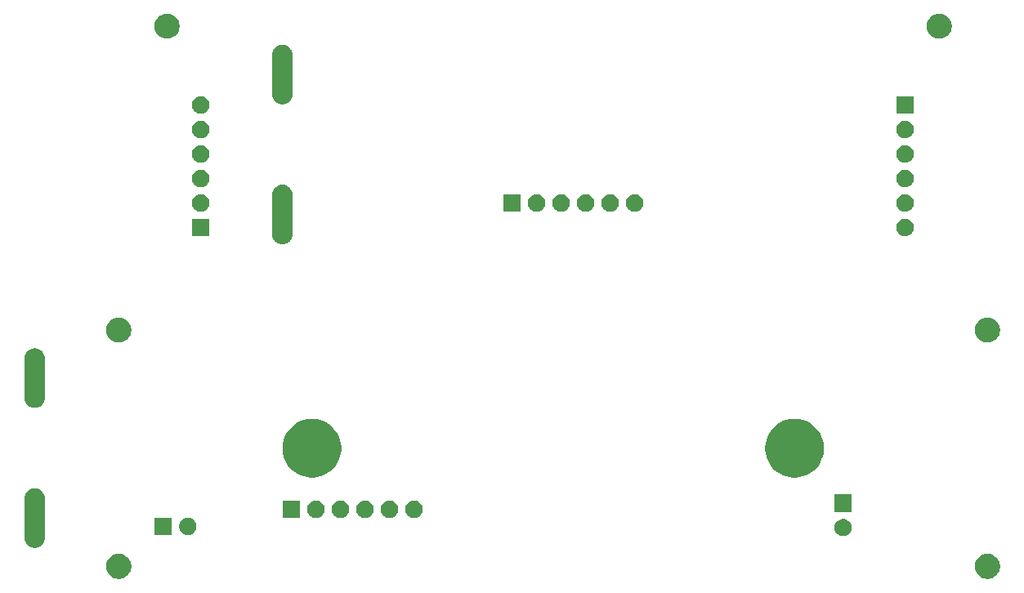
<source format=gbr>
G04 #@! TF.GenerationSoftware,KiCad,Pcbnew,9.0.4*
G04 #@! TF.CreationDate,2025-08-30T14:04:45-07:00*
G04 #@! TF.ProjectId,romi_board_bottom,726f6d69-5f62-46f6-9172-645f626f7474,rev?*
G04 #@! TF.SameCoordinates,Original*
G04 #@! TF.FileFunction,Soldermask,Bot*
G04 #@! TF.FilePolarity,Negative*
%FSLAX46Y46*%
G04 Gerber Fmt 4.6, Leading zero omitted, Abs format (unit mm)*
G04 Created by KiCad (PCBNEW 9.0.4) date 2025-08-30 14:04:45*
%MOMM*%
%LPD*%
G01*
G04 APERTURE LIST*
G04 APERTURE END LIST*
G36*
X56695834Y-147875923D02*
G01*
X56889993Y-147939009D01*
X57071893Y-148031691D01*
X57237054Y-148151688D01*
X57381410Y-148296044D01*
X57501407Y-148461205D01*
X57594089Y-148643105D01*
X57657175Y-148837264D01*
X57689111Y-149038901D01*
X57689111Y-149243051D01*
X57657175Y-149444688D01*
X57594089Y-149638847D01*
X57501407Y-149820747D01*
X57381410Y-149985908D01*
X57237054Y-150130264D01*
X57071893Y-150250261D01*
X56889993Y-150342943D01*
X56695834Y-150406029D01*
X56494197Y-150437965D01*
X56290047Y-150437965D01*
X56088410Y-150406029D01*
X55894251Y-150342943D01*
X55712351Y-150250261D01*
X55547190Y-150130264D01*
X55402834Y-149985908D01*
X55282837Y-149820747D01*
X55190155Y-149638847D01*
X55127069Y-149444688D01*
X55095133Y-149243051D01*
X55095133Y-149038901D01*
X55127069Y-148837264D01*
X55190155Y-148643105D01*
X55282837Y-148461205D01*
X55402834Y-148296044D01*
X55547190Y-148151688D01*
X55712351Y-148031691D01*
X55894251Y-147939009D01*
X56088410Y-147875923D01*
X56290047Y-147843987D01*
X56494197Y-147843987D01*
X56695834Y-147875923D01*
G37*
G36*
X146695834Y-147875923D02*
G01*
X146889993Y-147939009D01*
X147071893Y-148031691D01*
X147237054Y-148151688D01*
X147381410Y-148296044D01*
X147501407Y-148461205D01*
X147594089Y-148643105D01*
X147657175Y-148837264D01*
X147689111Y-149038901D01*
X147689111Y-149243051D01*
X147657175Y-149444688D01*
X147594089Y-149638847D01*
X147501407Y-149820747D01*
X147381410Y-149985908D01*
X147237054Y-150130264D01*
X147071893Y-150250261D01*
X146889993Y-150342943D01*
X146695834Y-150406029D01*
X146494197Y-150437965D01*
X146290047Y-150437965D01*
X146088410Y-150406029D01*
X145894251Y-150342943D01*
X145712351Y-150250261D01*
X145547190Y-150130264D01*
X145402834Y-149985908D01*
X145282837Y-149820747D01*
X145190155Y-149638847D01*
X145127069Y-149444688D01*
X145095133Y-149243051D01*
X145095133Y-149038901D01*
X145127069Y-148837264D01*
X145190155Y-148643105D01*
X145282837Y-148461205D01*
X145402834Y-148296044D01*
X145547190Y-148151688D01*
X145712351Y-148031691D01*
X145894251Y-147939009D01*
X146088410Y-147875923D01*
X146290047Y-147843987D01*
X146494197Y-147843987D01*
X146695834Y-147875923D01*
G37*
G36*
X47764511Y-141045085D02*
G01*
X47776118Y-141045085D01*
X47821478Y-141054107D01*
X47919717Y-141069667D01*
X47951312Y-141079933D01*
X47980114Y-141085662D01*
X48020758Y-141102497D01*
X48078001Y-141121097D01*
X48131634Y-141148424D01*
X48172274Y-141165258D01*
X48196686Y-141181569D01*
X48226289Y-141196653D01*
X48306762Y-141255120D01*
X48345213Y-141280812D01*
X48353419Y-141289018D01*
X48360934Y-141294478D01*
X48478619Y-141412163D01*
X48484078Y-141419677D01*
X48492286Y-141427885D01*
X48517980Y-141466340D01*
X48576444Y-141546808D01*
X48591526Y-141576408D01*
X48607840Y-141600824D01*
X48624675Y-141641468D01*
X48652000Y-141695096D01*
X48670597Y-141752332D01*
X48687436Y-141792984D01*
X48693166Y-141821790D01*
X48703430Y-141853380D01*
X48718988Y-141951608D01*
X48728013Y-141996980D01*
X48728839Y-142013808D01*
X48729851Y-142020193D01*
X48732638Y-142091134D01*
X48733122Y-142100976D01*
X48733122Y-146160976D01*
X48732638Y-146170821D01*
X48729851Y-146241758D01*
X48728839Y-146248142D01*
X48728013Y-146264972D01*
X48718987Y-146310347D01*
X48703430Y-146408571D01*
X48693166Y-146440158D01*
X48687436Y-146468968D01*
X48670595Y-146509623D01*
X48652000Y-146566855D01*
X48624678Y-146620477D01*
X48607840Y-146661128D01*
X48591523Y-146685546D01*
X48576444Y-146715143D01*
X48517989Y-146795599D01*
X48492286Y-146834067D01*
X48484076Y-146842276D01*
X48478619Y-146849788D01*
X48360934Y-146967473D01*
X48353422Y-146972930D01*
X48345213Y-146981140D01*
X48306745Y-147006843D01*
X48226289Y-147065298D01*
X48196692Y-147080377D01*
X48172274Y-147096694D01*
X48131623Y-147113532D01*
X48078001Y-147140854D01*
X48020769Y-147159449D01*
X47980114Y-147176290D01*
X47951304Y-147182020D01*
X47919717Y-147192284D01*
X47821488Y-147207842D01*
X47776118Y-147216867D01*
X47764511Y-147216867D01*
X47755337Y-147218320D01*
X47588907Y-147218320D01*
X47579733Y-147216867D01*
X47568126Y-147216867D01*
X47522757Y-147207842D01*
X47424526Y-147192284D01*
X47392936Y-147182020D01*
X47364130Y-147176290D01*
X47323478Y-147159451D01*
X47266242Y-147140854D01*
X47212614Y-147113529D01*
X47171970Y-147096694D01*
X47147554Y-147080380D01*
X47117954Y-147065298D01*
X47037486Y-147006834D01*
X46999031Y-146981140D01*
X46990823Y-146972932D01*
X46983309Y-146967473D01*
X46865624Y-146849788D01*
X46860164Y-146842273D01*
X46851958Y-146834067D01*
X46826266Y-146795616D01*
X46767799Y-146715143D01*
X46752715Y-146685540D01*
X46736404Y-146661128D01*
X46719570Y-146620488D01*
X46692243Y-146566855D01*
X46673643Y-146509612D01*
X46656808Y-146468968D01*
X46651079Y-146440166D01*
X46640813Y-146408571D01*
X46625251Y-146310322D01*
X46616231Y-146264972D01*
X46615404Y-146248151D01*
X46614392Y-146241758D01*
X46611604Y-146170806D01*
X46611122Y-146160976D01*
X46611122Y-142100976D01*
X46611604Y-142091149D01*
X46614392Y-142020193D01*
X46615404Y-142013798D01*
X46616231Y-141996980D01*
X46625251Y-141951632D01*
X46640813Y-141853380D01*
X46651079Y-141821783D01*
X46656808Y-141792984D01*
X46673642Y-141752343D01*
X46692243Y-141695096D01*
X46719572Y-141641458D01*
X46736404Y-141600824D01*
X46752713Y-141576414D01*
X46767799Y-141546808D01*
X46826274Y-141466323D01*
X46851958Y-141427885D01*
X46860161Y-141419681D01*
X46865624Y-141412163D01*
X46983309Y-141294478D01*
X46990827Y-141289015D01*
X46999031Y-141280812D01*
X47037469Y-141255128D01*
X47117954Y-141196653D01*
X47147560Y-141181567D01*
X47171970Y-141165258D01*
X47212604Y-141148426D01*
X47266242Y-141121097D01*
X47323489Y-141102496D01*
X47364130Y-141085662D01*
X47392929Y-141079933D01*
X47424526Y-141069667D01*
X47522767Y-141054107D01*
X47568126Y-141045085D01*
X47579733Y-141045085D01*
X47588907Y-141043632D01*
X47755337Y-141043632D01*
X47764511Y-141045085D01*
G37*
G36*
X131683668Y-144258773D02*
G01*
X131846850Y-144326365D01*
X131993710Y-144424494D01*
X132118604Y-144549388D01*
X132216733Y-144696248D01*
X132284325Y-144859430D01*
X132318783Y-145032663D01*
X132318783Y-145209289D01*
X132284325Y-145382522D01*
X132216733Y-145545704D01*
X132118604Y-145692564D01*
X131993710Y-145817458D01*
X131846850Y-145915587D01*
X131683668Y-145983179D01*
X131510435Y-146017637D01*
X131333809Y-146017637D01*
X131160576Y-145983179D01*
X130997394Y-145915587D01*
X130850534Y-145817458D01*
X130725640Y-145692564D01*
X130627511Y-145545704D01*
X130559919Y-145382522D01*
X130525461Y-145209289D01*
X130525461Y-145032663D01*
X130559919Y-144859430D01*
X130627511Y-144696248D01*
X130725640Y-144549388D01*
X130850534Y-144424494D01*
X130997394Y-144326365D01*
X131160576Y-144258773D01*
X131333809Y-144224315D01*
X131510435Y-144224315D01*
X131683668Y-144258773D01*
G37*
G36*
X61869517Y-144102882D02*
G01*
X61886062Y-144113938D01*
X61897118Y-144130483D01*
X61901000Y-144150000D01*
X61901000Y-145850000D01*
X61897118Y-145869517D01*
X61886062Y-145886062D01*
X61869517Y-145897118D01*
X61850000Y-145901000D01*
X60150000Y-145901000D01*
X60130483Y-145897118D01*
X60113938Y-145886062D01*
X60102882Y-145869517D01*
X60099000Y-145850000D01*
X60099000Y-144150000D01*
X60102882Y-144130483D01*
X60113938Y-144113938D01*
X60130483Y-144102882D01*
X60150000Y-144099000D01*
X61850000Y-144099000D01*
X61869517Y-144102882D01*
G37*
G36*
X63801546Y-144137797D02*
G01*
X63964728Y-144205389D01*
X64111588Y-144303518D01*
X64236482Y-144428412D01*
X64334611Y-144575272D01*
X64402203Y-144738454D01*
X64436661Y-144911687D01*
X64436661Y-145088313D01*
X64402203Y-145261546D01*
X64334611Y-145424728D01*
X64236482Y-145571588D01*
X64111588Y-145696482D01*
X63964728Y-145794611D01*
X63801546Y-145862203D01*
X63628313Y-145896661D01*
X63451687Y-145896661D01*
X63278454Y-145862203D01*
X63115272Y-145794611D01*
X62968412Y-145696482D01*
X62843518Y-145571588D01*
X62745389Y-145424728D01*
X62677797Y-145261546D01*
X62643339Y-145088313D01*
X62643339Y-144911687D01*
X62677797Y-144738454D01*
X62745389Y-144575272D01*
X62843518Y-144428412D01*
X62968412Y-144303518D01*
X63115272Y-144205389D01*
X63278454Y-144137797D01*
X63451687Y-144103339D01*
X63628313Y-144103339D01*
X63801546Y-144137797D01*
G37*
G36*
X75141639Y-142323858D02*
G01*
X75158184Y-142334914D01*
X75169240Y-142351459D01*
X75173122Y-142370976D01*
X75173122Y-144070976D01*
X75169240Y-144090493D01*
X75158184Y-144107038D01*
X75141639Y-144118094D01*
X75122122Y-144121976D01*
X73422122Y-144121976D01*
X73402605Y-144118094D01*
X73386060Y-144107038D01*
X73375004Y-144090493D01*
X73371122Y-144070976D01*
X73371122Y-142370976D01*
X73375004Y-142351459D01*
X73386060Y-142334914D01*
X73402605Y-142323858D01*
X73422122Y-142319976D01*
X75122122Y-142319976D01*
X75141639Y-142323858D01*
G37*
G36*
X77073668Y-142358773D02*
G01*
X77236850Y-142426365D01*
X77383710Y-142524494D01*
X77508604Y-142649388D01*
X77606733Y-142796248D01*
X77674325Y-142959430D01*
X77708783Y-143132663D01*
X77708783Y-143309289D01*
X77674325Y-143482522D01*
X77606733Y-143645704D01*
X77508604Y-143792564D01*
X77383710Y-143917458D01*
X77236850Y-144015587D01*
X77073668Y-144083179D01*
X76900435Y-144117637D01*
X76723809Y-144117637D01*
X76550576Y-144083179D01*
X76387394Y-144015587D01*
X76240534Y-143917458D01*
X76115640Y-143792564D01*
X76017511Y-143645704D01*
X75949919Y-143482522D01*
X75915461Y-143309289D01*
X75915461Y-143132663D01*
X75949919Y-142959430D01*
X76017511Y-142796248D01*
X76115640Y-142649388D01*
X76240534Y-142524494D01*
X76387394Y-142426365D01*
X76550576Y-142358773D01*
X76723809Y-142324315D01*
X76900435Y-142324315D01*
X77073668Y-142358773D01*
G37*
G36*
X79613668Y-142358773D02*
G01*
X79776850Y-142426365D01*
X79923710Y-142524494D01*
X80048604Y-142649388D01*
X80146733Y-142796248D01*
X80214325Y-142959430D01*
X80248783Y-143132663D01*
X80248783Y-143309289D01*
X80214325Y-143482522D01*
X80146733Y-143645704D01*
X80048604Y-143792564D01*
X79923710Y-143917458D01*
X79776850Y-144015587D01*
X79613668Y-144083179D01*
X79440435Y-144117637D01*
X79263809Y-144117637D01*
X79090576Y-144083179D01*
X78927394Y-144015587D01*
X78780534Y-143917458D01*
X78655640Y-143792564D01*
X78557511Y-143645704D01*
X78489919Y-143482522D01*
X78455461Y-143309289D01*
X78455461Y-143132663D01*
X78489919Y-142959430D01*
X78557511Y-142796248D01*
X78655640Y-142649388D01*
X78780534Y-142524494D01*
X78927394Y-142426365D01*
X79090576Y-142358773D01*
X79263809Y-142324315D01*
X79440435Y-142324315D01*
X79613668Y-142358773D01*
G37*
G36*
X82153668Y-142358773D02*
G01*
X82316850Y-142426365D01*
X82463710Y-142524494D01*
X82588604Y-142649388D01*
X82686733Y-142796248D01*
X82754325Y-142959430D01*
X82788783Y-143132663D01*
X82788783Y-143309289D01*
X82754325Y-143482522D01*
X82686733Y-143645704D01*
X82588604Y-143792564D01*
X82463710Y-143917458D01*
X82316850Y-144015587D01*
X82153668Y-144083179D01*
X81980435Y-144117637D01*
X81803809Y-144117637D01*
X81630576Y-144083179D01*
X81467394Y-144015587D01*
X81320534Y-143917458D01*
X81195640Y-143792564D01*
X81097511Y-143645704D01*
X81029919Y-143482522D01*
X80995461Y-143309289D01*
X80995461Y-143132663D01*
X81029919Y-142959430D01*
X81097511Y-142796248D01*
X81195640Y-142649388D01*
X81320534Y-142524494D01*
X81467394Y-142426365D01*
X81630576Y-142358773D01*
X81803809Y-142324315D01*
X81980435Y-142324315D01*
X82153668Y-142358773D01*
G37*
G36*
X84693668Y-142358773D02*
G01*
X84856850Y-142426365D01*
X85003710Y-142524494D01*
X85128604Y-142649388D01*
X85226733Y-142796248D01*
X85294325Y-142959430D01*
X85328783Y-143132663D01*
X85328783Y-143309289D01*
X85294325Y-143482522D01*
X85226733Y-143645704D01*
X85128604Y-143792564D01*
X85003710Y-143917458D01*
X84856850Y-144015587D01*
X84693668Y-144083179D01*
X84520435Y-144117637D01*
X84343809Y-144117637D01*
X84170576Y-144083179D01*
X84007394Y-144015587D01*
X83860534Y-143917458D01*
X83735640Y-143792564D01*
X83637511Y-143645704D01*
X83569919Y-143482522D01*
X83535461Y-143309289D01*
X83535461Y-143132663D01*
X83569919Y-142959430D01*
X83637511Y-142796248D01*
X83735640Y-142649388D01*
X83860534Y-142524494D01*
X84007394Y-142426365D01*
X84170576Y-142358773D01*
X84343809Y-142324315D01*
X84520435Y-142324315D01*
X84693668Y-142358773D01*
G37*
G36*
X87233668Y-142358773D02*
G01*
X87396850Y-142426365D01*
X87543710Y-142524494D01*
X87668604Y-142649388D01*
X87766733Y-142796248D01*
X87834325Y-142959430D01*
X87868783Y-143132663D01*
X87868783Y-143309289D01*
X87834325Y-143482522D01*
X87766733Y-143645704D01*
X87668604Y-143792564D01*
X87543710Y-143917458D01*
X87396850Y-144015587D01*
X87233668Y-144083179D01*
X87060435Y-144117637D01*
X86883809Y-144117637D01*
X86710576Y-144083179D01*
X86547394Y-144015587D01*
X86400534Y-143917458D01*
X86275640Y-143792564D01*
X86177511Y-143645704D01*
X86109919Y-143482522D01*
X86075461Y-143309289D01*
X86075461Y-143132663D01*
X86109919Y-142959430D01*
X86177511Y-142796248D01*
X86275640Y-142649388D01*
X86400534Y-142524494D01*
X86547394Y-142426365D01*
X86710576Y-142358773D01*
X86883809Y-142324315D01*
X87060435Y-142324315D01*
X87233668Y-142358773D01*
G37*
G36*
X132291639Y-141683858D02*
G01*
X132308184Y-141694914D01*
X132319240Y-141711459D01*
X132323122Y-141730976D01*
X132323122Y-143430976D01*
X132319240Y-143450493D01*
X132308184Y-143467038D01*
X132291639Y-143478094D01*
X132272122Y-143481976D01*
X130572122Y-143481976D01*
X130552605Y-143478094D01*
X130536060Y-143467038D01*
X130525004Y-143450493D01*
X130521122Y-143430976D01*
X130521122Y-141730976D01*
X130525004Y-141711459D01*
X130536060Y-141694914D01*
X130552605Y-141683858D01*
X130572122Y-141679976D01*
X132272122Y-141679976D01*
X132291639Y-141683858D01*
G37*
G36*
X76903183Y-133883084D02*
G01*
X77236747Y-133959217D01*
X77559689Y-134072220D01*
X77867948Y-134220669D01*
X78157648Y-134402700D01*
X78425145Y-134616022D01*
X78667076Y-134857953D01*
X78880398Y-135125450D01*
X79062429Y-135415150D01*
X79210878Y-135723409D01*
X79323881Y-136046351D01*
X79400014Y-136379915D01*
X79438322Y-136719905D01*
X79438322Y-137062047D01*
X79400014Y-137402037D01*
X79323881Y-137735601D01*
X79210878Y-138058543D01*
X79062429Y-138366802D01*
X78880398Y-138656502D01*
X78667076Y-138923999D01*
X78425145Y-139165930D01*
X78157648Y-139379252D01*
X77867948Y-139561283D01*
X77559689Y-139709732D01*
X77236747Y-139822735D01*
X76903183Y-139898868D01*
X76563193Y-139937176D01*
X76221051Y-139937176D01*
X75881061Y-139898868D01*
X75547497Y-139822735D01*
X75224555Y-139709732D01*
X74916296Y-139561283D01*
X74626596Y-139379252D01*
X74359099Y-139165930D01*
X74117168Y-138923999D01*
X73903846Y-138656502D01*
X73721815Y-138366802D01*
X73573366Y-138058543D01*
X73460363Y-137735601D01*
X73384230Y-137402037D01*
X73345922Y-137062047D01*
X73345922Y-136719905D01*
X73384230Y-136379915D01*
X73460363Y-136046351D01*
X73573366Y-135723409D01*
X73721815Y-135415150D01*
X73903846Y-135125450D01*
X74117168Y-134857953D01*
X74359099Y-134616022D01*
X74626596Y-134402700D01*
X74916296Y-134220669D01*
X75224555Y-134072220D01*
X75547497Y-133959217D01*
X75881061Y-133883084D01*
X76221051Y-133844776D01*
X76563193Y-133844776D01*
X76903183Y-133883084D01*
G37*
G36*
X126903183Y-133883084D02*
G01*
X127236747Y-133959217D01*
X127559689Y-134072220D01*
X127867948Y-134220669D01*
X128157648Y-134402700D01*
X128425145Y-134616022D01*
X128667076Y-134857953D01*
X128880398Y-135125450D01*
X129062429Y-135415150D01*
X129210878Y-135723409D01*
X129323881Y-136046351D01*
X129400014Y-136379915D01*
X129438322Y-136719905D01*
X129438322Y-137062047D01*
X129400014Y-137402037D01*
X129323881Y-137735601D01*
X129210878Y-138058543D01*
X129062429Y-138366802D01*
X128880398Y-138656502D01*
X128667076Y-138923999D01*
X128425145Y-139165930D01*
X128157648Y-139379252D01*
X127867948Y-139561283D01*
X127559689Y-139709732D01*
X127236747Y-139822735D01*
X126903183Y-139898868D01*
X126563193Y-139937176D01*
X126221051Y-139937176D01*
X125881061Y-139898868D01*
X125547497Y-139822735D01*
X125224555Y-139709732D01*
X124916296Y-139561283D01*
X124626596Y-139379252D01*
X124359099Y-139165930D01*
X124117168Y-138923999D01*
X123903846Y-138656502D01*
X123721815Y-138366802D01*
X123573366Y-138058543D01*
X123460363Y-137735601D01*
X123384230Y-137402037D01*
X123345922Y-137062047D01*
X123345922Y-136719905D01*
X123384230Y-136379915D01*
X123460363Y-136046351D01*
X123573366Y-135723409D01*
X123721815Y-135415150D01*
X123903846Y-135125450D01*
X124117168Y-134857953D01*
X124359099Y-134616022D01*
X124626596Y-134402700D01*
X124916296Y-134220669D01*
X125224555Y-134072220D01*
X125547497Y-133959217D01*
X125881061Y-133883084D01*
X126221051Y-133844776D01*
X126563193Y-133844776D01*
X126903183Y-133883084D01*
G37*
G36*
X47764511Y-126545085D02*
G01*
X47776118Y-126545085D01*
X47821478Y-126554107D01*
X47919717Y-126569667D01*
X47951312Y-126579933D01*
X47980114Y-126585662D01*
X48020758Y-126602497D01*
X48078001Y-126621097D01*
X48131634Y-126648424D01*
X48172274Y-126665258D01*
X48196686Y-126681569D01*
X48226289Y-126696653D01*
X48306762Y-126755120D01*
X48345213Y-126780812D01*
X48353419Y-126789018D01*
X48360934Y-126794478D01*
X48478619Y-126912163D01*
X48484078Y-126919677D01*
X48492286Y-126927885D01*
X48517980Y-126966340D01*
X48576444Y-127046808D01*
X48591526Y-127076408D01*
X48607840Y-127100824D01*
X48624675Y-127141468D01*
X48652000Y-127195096D01*
X48670597Y-127252332D01*
X48687436Y-127292984D01*
X48693166Y-127321790D01*
X48703430Y-127353380D01*
X48718988Y-127451608D01*
X48728013Y-127496980D01*
X48728839Y-127513808D01*
X48729851Y-127520193D01*
X48732638Y-127591134D01*
X48733122Y-127600976D01*
X48733122Y-131660976D01*
X48732638Y-131670821D01*
X48729851Y-131741758D01*
X48728839Y-131748142D01*
X48728013Y-131764972D01*
X48718987Y-131810347D01*
X48703430Y-131908571D01*
X48693166Y-131940158D01*
X48687436Y-131968968D01*
X48670595Y-132009623D01*
X48652000Y-132066855D01*
X48624678Y-132120477D01*
X48607840Y-132161128D01*
X48591523Y-132185546D01*
X48576444Y-132215143D01*
X48517989Y-132295599D01*
X48492286Y-132334067D01*
X48484076Y-132342276D01*
X48478619Y-132349788D01*
X48360934Y-132467473D01*
X48353422Y-132472930D01*
X48345213Y-132481140D01*
X48306745Y-132506843D01*
X48226289Y-132565298D01*
X48196692Y-132580377D01*
X48172274Y-132596694D01*
X48131623Y-132613532D01*
X48078001Y-132640854D01*
X48020769Y-132659449D01*
X47980114Y-132676290D01*
X47951304Y-132682020D01*
X47919717Y-132692284D01*
X47821488Y-132707842D01*
X47776118Y-132716867D01*
X47764511Y-132716867D01*
X47755337Y-132718320D01*
X47588907Y-132718320D01*
X47579733Y-132716867D01*
X47568126Y-132716867D01*
X47522757Y-132707842D01*
X47424526Y-132692284D01*
X47392936Y-132682020D01*
X47364130Y-132676290D01*
X47323478Y-132659451D01*
X47266242Y-132640854D01*
X47212614Y-132613529D01*
X47171970Y-132596694D01*
X47147554Y-132580380D01*
X47117954Y-132565298D01*
X47037486Y-132506834D01*
X46999031Y-132481140D01*
X46990823Y-132472932D01*
X46983309Y-132467473D01*
X46865624Y-132349788D01*
X46860164Y-132342273D01*
X46851958Y-132334067D01*
X46826266Y-132295616D01*
X46767799Y-132215143D01*
X46752715Y-132185540D01*
X46736404Y-132161128D01*
X46719570Y-132120488D01*
X46692243Y-132066855D01*
X46673643Y-132009612D01*
X46656808Y-131968968D01*
X46651079Y-131940166D01*
X46640813Y-131908571D01*
X46625251Y-131810322D01*
X46616231Y-131764972D01*
X46615404Y-131748151D01*
X46614392Y-131741758D01*
X46611604Y-131670806D01*
X46611122Y-131660976D01*
X46611122Y-127600976D01*
X46611604Y-127591149D01*
X46614392Y-127520193D01*
X46615404Y-127513798D01*
X46616231Y-127496980D01*
X46625251Y-127451632D01*
X46640813Y-127353380D01*
X46651079Y-127321783D01*
X46656808Y-127292984D01*
X46673642Y-127252343D01*
X46692243Y-127195096D01*
X46719572Y-127141458D01*
X46736404Y-127100824D01*
X46752713Y-127076414D01*
X46767799Y-127046808D01*
X46826274Y-126966323D01*
X46851958Y-126927885D01*
X46860161Y-126919681D01*
X46865624Y-126912163D01*
X46983309Y-126794478D01*
X46990827Y-126789015D01*
X46999031Y-126780812D01*
X47037469Y-126755128D01*
X47117954Y-126696653D01*
X47147560Y-126681567D01*
X47171970Y-126665258D01*
X47212604Y-126648426D01*
X47266242Y-126621097D01*
X47323489Y-126602496D01*
X47364130Y-126585662D01*
X47392929Y-126579933D01*
X47424526Y-126569667D01*
X47522767Y-126554107D01*
X47568126Y-126545085D01*
X47579733Y-126545085D01*
X47588907Y-126543632D01*
X47755337Y-126543632D01*
X47764511Y-126545085D01*
G37*
G36*
X56695834Y-123375923D02*
G01*
X56889993Y-123439009D01*
X57071893Y-123531691D01*
X57237054Y-123651688D01*
X57381410Y-123796044D01*
X57501407Y-123961205D01*
X57594089Y-124143105D01*
X57657175Y-124337264D01*
X57689111Y-124538901D01*
X57689111Y-124743051D01*
X57657175Y-124944688D01*
X57594089Y-125138847D01*
X57501407Y-125320747D01*
X57381410Y-125485908D01*
X57237054Y-125630264D01*
X57071893Y-125750261D01*
X56889993Y-125842943D01*
X56695834Y-125906029D01*
X56494197Y-125937965D01*
X56290047Y-125937965D01*
X56088410Y-125906029D01*
X55894251Y-125842943D01*
X55712351Y-125750261D01*
X55547190Y-125630264D01*
X55402834Y-125485908D01*
X55282837Y-125320747D01*
X55190155Y-125138847D01*
X55127069Y-124944688D01*
X55095133Y-124743051D01*
X55095133Y-124538901D01*
X55127069Y-124337264D01*
X55190155Y-124143105D01*
X55282837Y-123961205D01*
X55402834Y-123796044D01*
X55547190Y-123651688D01*
X55712351Y-123531691D01*
X55894251Y-123439009D01*
X56088410Y-123375923D01*
X56290047Y-123343987D01*
X56494197Y-123343987D01*
X56695834Y-123375923D01*
G37*
G36*
X146695834Y-123375923D02*
G01*
X146889993Y-123439009D01*
X147071893Y-123531691D01*
X147237054Y-123651688D01*
X147381410Y-123796044D01*
X147501407Y-123961205D01*
X147594089Y-124143105D01*
X147657175Y-124337264D01*
X147689111Y-124538901D01*
X147689111Y-124743051D01*
X147657175Y-124944688D01*
X147594089Y-125138847D01*
X147501407Y-125320747D01*
X147381410Y-125485908D01*
X147237054Y-125630264D01*
X147071893Y-125750261D01*
X146889993Y-125842943D01*
X146695834Y-125906029D01*
X146494197Y-125937965D01*
X146290047Y-125937965D01*
X146088410Y-125906029D01*
X145894251Y-125842943D01*
X145712351Y-125750261D01*
X145547190Y-125630264D01*
X145402834Y-125485908D01*
X145282837Y-125320747D01*
X145190155Y-125138847D01*
X145127069Y-124944688D01*
X145095133Y-124743051D01*
X145095133Y-124538901D01*
X145127069Y-124337264D01*
X145190155Y-124143105D01*
X145282837Y-123961205D01*
X145402834Y-123796044D01*
X145547190Y-123651688D01*
X145712351Y-123531691D01*
X145894251Y-123439009D01*
X146088410Y-123375923D01*
X146290047Y-123343987D01*
X146494197Y-123343987D01*
X146695834Y-123375923D01*
G37*
G36*
X73424511Y-109575085D02*
G01*
X73436118Y-109575085D01*
X73481478Y-109584107D01*
X73579717Y-109599667D01*
X73611312Y-109609933D01*
X73640114Y-109615662D01*
X73680758Y-109632497D01*
X73738001Y-109651097D01*
X73791634Y-109678424D01*
X73832274Y-109695258D01*
X73856686Y-109711569D01*
X73886289Y-109726653D01*
X73966762Y-109785120D01*
X74005213Y-109810812D01*
X74013419Y-109819018D01*
X74020934Y-109824478D01*
X74138619Y-109942163D01*
X74144078Y-109949677D01*
X74152286Y-109957885D01*
X74177980Y-109996340D01*
X74236444Y-110076808D01*
X74251526Y-110106408D01*
X74267840Y-110130824D01*
X74284675Y-110171468D01*
X74312000Y-110225096D01*
X74330597Y-110282332D01*
X74347436Y-110322984D01*
X74353166Y-110351790D01*
X74363430Y-110383380D01*
X74378988Y-110481608D01*
X74388013Y-110526980D01*
X74388839Y-110543808D01*
X74389851Y-110550193D01*
X74392638Y-110621134D01*
X74393122Y-110630976D01*
X74393122Y-114690976D01*
X74392638Y-114700821D01*
X74389851Y-114771758D01*
X74388839Y-114778142D01*
X74388013Y-114794972D01*
X74378987Y-114840347D01*
X74363430Y-114938571D01*
X74353166Y-114970158D01*
X74347436Y-114998968D01*
X74330595Y-115039623D01*
X74312000Y-115096855D01*
X74284678Y-115150477D01*
X74267840Y-115191128D01*
X74251523Y-115215546D01*
X74236444Y-115245143D01*
X74177989Y-115325599D01*
X74152286Y-115364067D01*
X74144076Y-115372276D01*
X74138619Y-115379788D01*
X74020934Y-115497473D01*
X74013422Y-115502930D01*
X74005213Y-115511140D01*
X73966745Y-115536843D01*
X73886289Y-115595298D01*
X73856692Y-115610377D01*
X73832274Y-115626694D01*
X73791623Y-115643532D01*
X73738001Y-115670854D01*
X73680769Y-115689449D01*
X73640114Y-115706290D01*
X73611304Y-115712020D01*
X73579717Y-115722284D01*
X73481488Y-115737842D01*
X73436118Y-115746867D01*
X73424511Y-115746867D01*
X73415337Y-115748320D01*
X73248907Y-115748320D01*
X73239733Y-115746867D01*
X73228126Y-115746867D01*
X73182757Y-115737842D01*
X73084526Y-115722284D01*
X73052936Y-115712020D01*
X73024130Y-115706290D01*
X72983478Y-115689451D01*
X72926242Y-115670854D01*
X72872614Y-115643529D01*
X72831970Y-115626694D01*
X72807554Y-115610380D01*
X72777954Y-115595298D01*
X72697486Y-115536834D01*
X72659031Y-115511140D01*
X72650823Y-115502932D01*
X72643309Y-115497473D01*
X72525624Y-115379788D01*
X72520164Y-115372273D01*
X72511958Y-115364067D01*
X72486266Y-115325616D01*
X72427799Y-115245143D01*
X72412715Y-115215540D01*
X72396404Y-115191128D01*
X72379570Y-115150488D01*
X72352243Y-115096855D01*
X72333643Y-115039612D01*
X72316808Y-114998968D01*
X72311079Y-114970166D01*
X72300813Y-114938571D01*
X72285251Y-114840322D01*
X72276231Y-114794972D01*
X72275404Y-114778151D01*
X72274392Y-114771758D01*
X72271604Y-114700806D01*
X72271122Y-114690976D01*
X72271122Y-110630976D01*
X72271604Y-110621149D01*
X72274392Y-110550193D01*
X72275404Y-110543798D01*
X72276231Y-110526980D01*
X72285251Y-110481632D01*
X72300813Y-110383380D01*
X72311079Y-110351783D01*
X72316808Y-110322984D01*
X72333642Y-110282343D01*
X72352243Y-110225096D01*
X72379572Y-110171458D01*
X72396404Y-110130824D01*
X72412713Y-110106414D01*
X72427799Y-110076808D01*
X72486274Y-109996323D01*
X72511958Y-109957885D01*
X72520161Y-109949681D01*
X72525624Y-109942163D01*
X72643309Y-109824478D01*
X72650827Y-109819015D01*
X72659031Y-109810812D01*
X72697469Y-109785128D01*
X72777954Y-109726653D01*
X72807560Y-109711567D01*
X72831970Y-109695258D01*
X72872604Y-109678426D01*
X72926242Y-109651097D01*
X72983489Y-109632496D01*
X73024130Y-109615662D01*
X73052929Y-109609933D01*
X73084526Y-109599667D01*
X73182767Y-109584107D01*
X73228126Y-109575085D01*
X73239733Y-109575085D01*
X73248907Y-109573632D01*
X73415337Y-109573632D01*
X73424511Y-109575085D01*
G37*
G36*
X65741639Y-113113858D02*
G01*
X65758184Y-113124914D01*
X65769240Y-113141459D01*
X65773122Y-113160976D01*
X65773122Y-114860976D01*
X65769240Y-114880493D01*
X65758184Y-114897038D01*
X65741639Y-114908094D01*
X65722122Y-114911976D01*
X64022122Y-114911976D01*
X64002605Y-114908094D01*
X63986060Y-114897038D01*
X63975004Y-114880493D01*
X63971122Y-114860976D01*
X63971122Y-113160976D01*
X63975004Y-113141459D01*
X63986060Y-113124914D01*
X64002605Y-113113858D01*
X64022122Y-113109976D01*
X65722122Y-113109976D01*
X65741639Y-113113858D01*
G37*
G36*
X138103668Y-113148773D02*
G01*
X138266850Y-113216365D01*
X138413710Y-113314494D01*
X138538604Y-113439388D01*
X138636733Y-113586248D01*
X138704325Y-113749430D01*
X138738783Y-113922663D01*
X138738783Y-114099289D01*
X138704325Y-114272522D01*
X138636733Y-114435704D01*
X138538604Y-114582564D01*
X138413710Y-114707458D01*
X138266850Y-114805587D01*
X138103668Y-114873179D01*
X137930435Y-114907637D01*
X137753809Y-114907637D01*
X137580576Y-114873179D01*
X137417394Y-114805587D01*
X137270534Y-114707458D01*
X137145640Y-114582564D01*
X137047511Y-114435704D01*
X136979919Y-114272522D01*
X136945461Y-114099289D01*
X136945461Y-113922663D01*
X136979919Y-113749430D01*
X137047511Y-113586248D01*
X137145640Y-113439388D01*
X137270534Y-113314494D01*
X137417394Y-113216365D01*
X137580576Y-113148773D01*
X137753809Y-113114315D01*
X137930435Y-113114315D01*
X138103668Y-113148773D01*
G37*
G36*
X98001639Y-110573858D02*
G01*
X98018184Y-110584914D01*
X98029240Y-110601459D01*
X98033122Y-110620976D01*
X98033122Y-112320976D01*
X98029240Y-112340493D01*
X98018184Y-112357038D01*
X98001639Y-112368094D01*
X97982122Y-112371976D01*
X96282122Y-112371976D01*
X96262605Y-112368094D01*
X96246060Y-112357038D01*
X96235004Y-112340493D01*
X96231122Y-112320976D01*
X96231122Y-110620976D01*
X96235004Y-110601459D01*
X96246060Y-110584914D01*
X96262605Y-110573858D01*
X96282122Y-110569976D01*
X97982122Y-110569976D01*
X98001639Y-110573858D01*
G37*
G36*
X65133668Y-110608773D02*
G01*
X65296850Y-110676365D01*
X65443710Y-110774494D01*
X65568604Y-110899388D01*
X65666733Y-111046248D01*
X65734325Y-111209430D01*
X65768783Y-111382663D01*
X65768783Y-111559289D01*
X65734325Y-111732522D01*
X65666733Y-111895704D01*
X65568604Y-112042564D01*
X65443710Y-112167458D01*
X65296850Y-112265587D01*
X65133668Y-112333179D01*
X64960435Y-112367637D01*
X64783809Y-112367637D01*
X64610576Y-112333179D01*
X64447394Y-112265587D01*
X64300534Y-112167458D01*
X64175640Y-112042564D01*
X64077511Y-111895704D01*
X64009919Y-111732522D01*
X63975461Y-111559289D01*
X63975461Y-111382663D01*
X64009919Y-111209430D01*
X64077511Y-111046248D01*
X64175640Y-110899388D01*
X64300534Y-110774494D01*
X64447394Y-110676365D01*
X64610576Y-110608773D01*
X64783809Y-110574315D01*
X64960435Y-110574315D01*
X65133668Y-110608773D01*
G37*
G36*
X99933668Y-110608773D02*
G01*
X100096850Y-110676365D01*
X100243710Y-110774494D01*
X100368604Y-110899388D01*
X100466733Y-111046248D01*
X100534325Y-111209430D01*
X100568783Y-111382663D01*
X100568783Y-111559289D01*
X100534325Y-111732522D01*
X100466733Y-111895704D01*
X100368604Y-112042564D01*
X100243710Y-112167458D01*
X100096850Y-112265587D01*
X99933668Y-112333179D01*
X99760435Y-112367637D01*
X99583809Y-112367637D01*
X99410576Y-112333179D01*
X99247394Y-112265587D01*
X99100534Y-112167458D01*
X98975640Y-112042564D01*
X98877511Y-111895704D01*
X98809919Y-111732522D01*
X98775461Y-111559289D01*
X98775461Y-111382663D01*
X98809919Y-111209430D01*
X98877511Y-111046248D01*
X98975640Y-110899388D01*
X99100534Y-110774494D01*
X99247394Y-110676365D01*
X99410576Y-110608773D01*
X99583809Y-110574315D01*
X99760435Y-110574315D01*
X99933668Y-110608773D01*
G37*
G36*
X102473668Y-110608773D02*
G01*
X102636850Y-110676365D01*
X102783710Y-110774494D01*
X102908604Y-110899388D01*
X103006733Y-111046248D01*
X103074325Y-111209430D01*
X103108783Y-111382663D01*
X103108783Y-111559289D01*
X103074325Y-111732522D01*
X103006733Y-111895704D01*
X102908604Y-112042564D01*
X102783710Y-112167458D01*
X102636850Y-112265587D01*
X102473668Y-112333179D01*
X102300435Y-112367637D01*
X102123809Y-112367637D01*
X101950576Y-112333179D01*
X101787394Y-112265587D01*
X101640534Y-112167458D01*
X101515640Y-112042564D01*
X101417511Y-111895704D01*
X101349919Y-111732522D01*
X101315461Y-111559289D01*
X101315461Y-111382663D01*
X101349919Y-111209430D01*
X101417511Y-111046248D01*
X101515640Y-110899388D01*
X101640534Y-110774494D01*
X101787394Y-110676365D01*
X101950576Y-110608773D01*
X102123809Y-110574315D01*
X102300435Y-110574315D01*
X102473668Y-110608773D01*
G37*
G36*
X105013668Y-110608773D02*
G01*
X105176850Y-110676365D01*
X105323710Y-110774494D01*
X105448604Y-110899388D01*
X105546733Y-111046248D01*
X105614325Y-111209430D01*
X105648783Y-111382663D01*
X105648783Y-111559289D01*
X105614325Y-111732522D01*
X105546733Y-111895704D01*
X105448604Y-112042564D01*
X105323710Y-112167458D01*
X105176850Y-112265587D01*
X105013668Y-112333179D01*
X104840435Y-112367637D01*
X104663809Y-112367637D01*
X104490576Y-112333179D01*
X104327394Y-112265587D01*
X104180534Y-112167458D01*
X104055640Y-112042564D01*
X103957511Y-111895704D01*
X103889919Y-111732522D01*
X103855461Y-111559289D01*
X103855461Y-111382663D01*
X103889919Y-111209430D01*
X103957511Y-111046248D01*
X104055640Y-110899388D01*
X104180534Y-110774494D01*
X104327394Y-110676365D01*
X104490576Y-110608773D01*
X104663809Y-110574315D01*
X104840435Y-110574315D01*
X105013668Y-110608773D01*
G37*
G36*
X107553668Y-110608773D02*
G01*
X107716850Y-110676365D01*
X107863710Y-110774494D01*
X107988604Y-110899388D01*
X108086733Y-111046248D01*
X108154325Y-111209430D01*
X108188783Y-111382663D01*
X108188783Y-111559289D01*
X108154325Y-111732522D01*
X108086733Y-111895704D01*
X107988604Y-112042564D01*
X107863710Y-112167458D01*
X107716850Y-112265587D01*
X107553668Y-112333179D01*
X107380435Y-112367637D01*
X107203809Y-112367637D01*
X107030576Y-112333179D01*
X106867394Y-112265587D01*
X106720534Y-112167458D01*
X106595640Y-112042564D01*
X106497511Y-111895704D01*
X106429919Y-111732522D01*
X106395461Y-111559289D01*
X106395461Y-111382663D01*
X106429919Y-111209430D01*
X106497511Y-111046248D01*
X106595640Y-110899388D01*
X106720534Y-110774494D01*
X106867394Y-110676365D01*
X107030576Y-110608773D01*
X107203809Y-110574315D01*
X107380435Y-110574315D01*
X107553668Y-110608773D01*
G37*
G36*
X110093668Y-110608773D02*
G01*
X110256850Y-110676365D01*
X110403710Y-110774494D01*
X110528604Y-110899388D01*
X110626733Y-111046248D01*
X110694325Y-111209430D01*
X110728783Y-111382663D01*
X110728783Y-111559289D01*
X110694325Y-111732522D01*
X110626733Y-111895704D01*
X110528604Y-112042564D01*
X110403710Y-112167458D01*
X110256850Y-112265587D01*
X110093668Y-112333179D01*
X109920435Y-112367637D01*
X109743809Y-112367637D01*
X109570576Y-112333179D01*
X109407394Y-112265587D01*
X109260534Y-112167458D01*
X109135640Y-112042564D01*
X109037511Y-111895704D01*
X108969919Y-111732522D01*
X108935461Y-111559289D01*
X108935461Y-111382663D01*
X108969919Y-111209430D01*
X109037511Y-111046248D01*
X109135640Y-110899388D01*
X109260534Y-110774494D01*
X109407394Y-110676365D01*
X109570576Y-110608773D01*
X109743809Y-110574315D01*
X109920435Y-110574315D01*
X110093668Y-110608773D01*
G37*
G36*
X138103668Y-110608773D02*
G01*
X138266850Y-110676365D01*
X138413710Y-110774494D01*
X138538604Y-110899388D01*
X138636733Y-111046248D01*
X138704325Y-111209430D01*
X138738783Y-111382663D01*
X138738783Y-111559289D01*
X138704325Y-111732522D01*
X138636733Y-111895704D01*
X138538604Y-112042564D01*
X138413710Y-112167458D01*
X138266850Y-112265587D01*
X138103668Y-112333179D01*
X137930435Y-112367637D01*
X137753809Y-112367637D01*
X137580576Y-112333179D01*
X137417394Y-112265587D01*
X137270534Y-112167458D01*
X137145640Y-112042564D01*
X137047511Y-111895704D01*
X136979919Y-111732522D01*
X136945461Y-111559289D01*
X136945461Y-111382663D01*
X136979919Y-111209430D01*
X137047511Y-111046248D01*
X137145640Y-110899388D01*
X137270534Y-110774494D01*
X137417394Y-110676365D01*
X137580576Y-110608773D01*
X137753809Y-110574315D01*
X137930435Y-110574315D01*
X138103668Y-110608773D01*
G37*
G36*
X65133668Y-108068773D02*
G01*
X65296850Y-108136365D01*
X65443710Y-108234494D01*
X65568604Y-108359388D01*
X65666733Y-108506248D01*
X65734325Y-108669430D01*
X65768783Y-108842663D01*
X65768783Y-109019289D01*
X65734325Y-109192522D01*
X65666733Y-109355704D01*
X65568604Y-109502564D01*
X65443710Y-109627458D01*
X65296850Y-109725587D01*
X65133668Y-109793179D01*
X64960435Y-109827637D01*
X64783809Y-109827637D01*
X64610576Y-109793179D01*
X64447394Y-109725587D01*
X64300534Y-109627458D01*
X64175640Y-109502564D01*
X64077511Y-109355704D01*
X64009919Y-109192522D01*
X63975461Y-109019289D01*
X63975461Y-108842663D01*
X64009919Y-108669430D01*
X64077511Y-108506248D01*
X64175640Y-108359388D01*
X64300534Y-108234494D01*
X64447394Y-108136365D01*
X64610576Y-108068773D01*
X64783809Y-108034315D01*
X64960435Y-108034315D01*
X65133668Y-108068773D01*
G37*
G36*
X138103668Y-108068773D02*
G01*
X138266850Y-108136365D01*
X138413710Y-108234494D01*
X138538604Y-108359388D01*
X138636733Y-108506248D01*
X138704325Y-108669430D01*
X138738783Y-108842663D01*
X138738783Y-109019289D01*
X138704325Y-109192522D01*
X138636733Y-109355704D01*
X138538604Y-109502564D01*
X138413710Y-109627458D01*
X138266850Y-109725587D01*
X138103668Y-109793179D01*
X137930435Y-109827637D01*
X137753809Y-109827637D01*
X137580576Y-109793179D01*
X137417394Y-109725587D01*
X137270534Y-109627458D01*
X137145640Y-109502564D01*
X137047511Y-109355704D01*
X136979919Y-109192522D01*
X136945461Y-109019289D01*
X136945461Y-108842663D01*
X136979919Y-108669430D01*
X137047511Y-108506248D01*
X137145640Y-108359388D01*
X137270534Y-108234494D01*
X137417394Y-108136365D01*
X137580576Y-108068773D01*
X137753809Y-108034315D01*
X137930435Y-108034315D01*
X138103668Y-108068773D01*
G37*
G36*
X65133668Y-105528773D02*
G01*
X65296850Y-105596365D01*
X65443710Y-105694494D01*
X65568604Y-105819388D01*
X65666733Y-105966248D01*
X65734325Y-106129430D01*
X65768783Y-106302663D01*
X65768783Y-106479289D01*
X65734325Y-106652522D01*
X65666733Y-106815704D01*
X65568604Y-106962564D01*
X65443710Y-107087458D01*
X65296850Y-107185587D01*
X65133668Y-107253179D01*
X64960435Y-107287637D01*
X64783809Y-107287637D01*
X64610576Y-107253179D01*
X64447394Y-107185587D01*
X64300534Y-107087458D01*
X64175640Y-106962564D01*
X64077511Y-106815704D01*
X64009919Y-106652522D01*
X63975461Y-106479289D01*
X63975461Y-106302663D01*
X64009919Y-106129430D01*
X64077511Y-105966248D01*
X64175640Y-105819388D01*
X64300534Y-105694494D01*
X64447394Y-105596365D01*
X64610576Y-105528773D01*
X64783809Y-105494315D01*
X64960435Y-105494315D01*
X65133668Y-105528773D01*
G37*
G36*
X138103668Y-105528773D02*
G01*
X138266850Y-105596365D01*
X138413710Y-105694494D01*
X138538604Y-105819388D01*
X138636733Y-105966248D01*
X138704325Y-106129430D01*
X138738783Y-106302663D01*
X138738783Y-106479289D01*
X138704325Y-106652522D01*
X138636733Y-106815704D01*
X138538604Y-106962564D01*
X138413710Y-107087458D01*
X138266850Y-107185587D01*
X138103668Y-107253179D01*
X137930435Y-107287637D01*
X137753809Y-107287637D01*
X137580576Y-107253179D01*
X137417394Y-107185587D01*
X137270534Y-107087458D01*
X137145640Y-106962564D01*
X137047511Y-106815704D01*
X136979919Y-106652522D01*
X136945461Y-106479289D01*
X136945461Y-106302663D01*
X136979919Y-106129430D01*
X137047511Y-105966248D01*
X137145640Y-105819388D01*
X137270534Y-105694494D01*
X137417394Y-105596365D01*
X137580576Y-105528773D01*
X137753809Y-105494315D01*
X137930435Y-105494315D01*
X138103668Y-105528773D01*
G37*
G36*
X65133668Y-102988773D02*
G01*
X65296850Y-103056365D01*
X65443710Y-103154494D01*
X65568604Y-103279388D01*
X65666733Y-103426248D01*
X65734325Y-103589430D01*
X65768783Y-103762663D01*
X65768783Y-103939289D01*
X65734325Y-104112522D01*
X65666733Y-104275704D01*
X65568604Y-104422564D01*
X65443710Y-104547458D01*
X65296850Y-104645587D01*
X65133668Y-104713179D01*
X64960435Y-104747637D01*
X64783809Y-104747637D01*
X64610576Y-104713179D01*
X64447394Y-104645587D01*
X64300534Y-104547458D01*
X64175640Y-104422564D01*
X64077511Y-104275704D01*
X64009919Y-104112522D01*
X63975461Y-103939289D01*
X63975461Y-103762663D01*
X64009919Y-103589430D01*
X64077511Y-103426248D01*
X64175640Y-103279388D01*
X64300534Y-103154494D01*
X64447394Y-103056365D01*
X64610576Y-102988773D01*
X64783809Y-102954315D01*
X64960435Y-102954315D01*
X65133668Y-102988773D01*
G37*
G36*
X138103668Y-102988773D02*
G01*
X138266850Y-103056365D01*
X138413710Y-103154494D01*
X138538604Y-103279388D01*
X138636733Y-103426248D01*
X138704325Y-103589430D01*
X138738783Y-103762663D01*
X138738783Y-103939289D01*
X138704325Y-104112522D01*
X138636733Y-104275704D01*
X138538604Y-104422564D01*
X138413710Y-104547458D01*
X138266850Y-104645587D01*
X138103668Y-104713179D01*
X137930435Y-104747637D01*
X137753809Y-104747637D01*
X137580576Y-104713179D01*
X137417394Y-104645587D01*
X137270534Y-104547458D01*
X137145640Y-104422564D01*
X137047511Y-104275704D01*
X136979919Y-104112522D01*
X136945461Y-103939289D01*
X136945461Y-103762663D01*
X136979919Y-103589430D01*
X137047511Y-103426248D01*
X137145640Y-103279388D01*
X137270534Y-103154494D01*
X137417394Y-103056365D01*
X137580576Y-102988773D01*
X137753809Y-102954315D01*
X137930435Y-102954315D01*
X138103668Y-102988773D01*
G37*
G36*
X138711639Y-100413858D02*
G01*
X138728184Y-100424914D01*
X138739240Y-100441459D01*
X138743122Y-100460976D01*
X138743122Y-102160976D01*
X138739240Y-102180493D01*
X138728184Y-102197038D01*
X138711639Y-102208094D01*
X138692122Y-102211976D01*
X136992122Y-102211976D01*
X136972605Y-102208094D01*
X136956060Y-102197038D01*
X136945004Y-102180493D01*
X136941122Y-102160976D01*
X136941122Y-100460976D01*
X136945004Y-100441459D01*
X136956060Y-100424914D01*
X136972605Y-100413858D01*
X136992122Y-100409976D01*
X138692122Y-100409976D01*
X138711639Y-100413858D01*
G37*
G36*
X65133668Y-100448773D02*
G01*
X65296850Y-100516365D01*
X65443710Y-100614494D01*
X65568604Y-100739388D01*
X65666733Y-100886248D01*
X65734325Y-101049430D01*
X65768783Y-101222663D01*
X65768783Y-101399289D01*
X65734325Y-101572522D01*
X65666733Y-101735704D01*
X65568604Y-101882564D01*
X65443710Y-102007458D01*
X65296850Y-102105587D01*
X65133668Y-102173179D01*
X64960435Y-102207637D01*
X64783809Y-102207637D01*
X64610576Y-102173179D01*
X64447394Y-102105587D01*
X64300534Y-102007458D01*
X64175640Y-101882564D01*
X64077511Y-101735704D01*
X64009919Y-101572522D01*
X63975461Y-101399289D01*
X63975461Y-101222663D01*
X64009919Y-101049430D01*
X64077511Y-100886248D01*
X64175640Y-100739388D01*
X64300534Y-100614494D01*
X64447394Y-100516365D01*
X64610576Y-100448773D01*
X64783809Y-100414315D01*
X64960435Y-100414315D01*
X65133668Y-100448773D01*
G37*
G36*
X73424511Y-95075085D02*
G01*
X73436118Y-95075085D01*
X73481478Y-95084107D01*
X73579717Y-95099667D01*
X73611312Y-95109933D01*
X73640114Y-95115662D01*
X73680758Y-95132497D01*
X73738001Y-95151097D01*
X73791634Y-95178424D01*
X73832274Y-95195258D01*
X73856686Y-95211569D01*
X73886289Y-95226653D01*
X73966762Y-95285120D01*
X74005213Y-95310812D01*
X74013419Y-95319018D01*
X74020934Y-95324478D01*
X74138619Y-95442163D01*
X74144078Y-95449677D01*
X74152286Y-95457885D01*
X74177980Y-95496340D01*
X74236444Y-95576808D01*
X74251526Y-95606408D01*
X74267840Y-95630824D01*
X74284675Y-95671468D01*
X74312000Y-95725096D01*
X74330597Y-95782332D01*
X74347436Y-95822984D01*
X74353166Y-95851790D01*
X74363430Y-95883380D01*
X74378988Y-95981608D01*
X74388013Y-96026980D01*
X74388839Y-96043808D01*
X74389851Y-96050193D01*
X74392638Y-96121134D01*
X74393122Y-96130976D01*
X74393122Y-100190976D01*
X74392638Y-100200821D01*
X74389851Y-100271758D01*
X74388839Y-100278142D01*
X74388013Y-100294972D01*
X74378987Y-100340347D01*
X74363430Y-100438571D01*
X74353166Y-100470158D01*
X74347436Y-100498968D01*
X74330595Y-100539623D01*
X74312000Y-100596855D01*
X74284678Y-100650477D01*
X74267840Y-100691128D01*
X74251523Y-100715546D01*
X74236444Y-100745143D01*
X74177989Y-100825599D01*
X74152286Y-100864067D01*
X74144076Y-100872276D01*
X74138619Y-100879788D01*
X74020934Y-100997473D01*
X74013422Y-101002930D01*
X74005213Y-101011140D01*
X73966745Y-101036843D01*
X73886289Y-101095298D01*
X73856692Y-101110377D01*
X73832274Y-101126694D01*
X73791623Y-101143532D01*
X73738001Y-101170854D01*
X73680769Y-101189449D01*
X73640114Y-101206290D01*
X73611304Y-101212020D01*
X73579717Y-101222284D01*
X73481488Y-101237842D01*
X73436118Y-101246867D01*
X73424511Y-101246867D01*
X73415337Y-101248320D01*
X73248907Y-101248320D01*
X73239733Y-101246867D01*
X73228126Y-101246867D01*
X73182757Y-101237842D01*
X73084526Y-101222284D01*
X73052936Y-101212020D01*
X73024130Y-101206290D01*
X72983478Y-101189451D01*
X72926242Y-101170854D01*
X72872614Y-101143529D01*
X72831970Y-101126694D01*
X72807554Y-101110380D01*
X72777954Y-101095298D01*
X72697486Y-101036834D01*
X72659031Y-101011140D01*
X72650823Y-101002932D01*
X72643309Y-100997473D01*
X72525624Y-100879788D01*
X72520164Y-100872273D01*
X72511958Y-100864067D01*
X72486266Y-100825616D01*
X72427799Y-100745143D01*
X72412715Y-100715540D01*
X72396404Y-100691128D01*
X72379570Y-100650488D01*
X72352243Y-100596855D01*
X72333643Y-100539612D01*
X72316808Y-100498968D01*
X72311079Y-100470166D01*
X72300813Y-100438571D01*
X72285251Y-100340322D01*
X72276231Y-100294972D01*
X72275404Y-100278151D01*
X72274392Y-100271758D01*
X72271604Y-100200806D01*
X72271122Y-100190976D01*
X72271122Y-96130976D01*
X72271604Y-96121149D01*
X72274392Y-96050193D01*
X72275404Y-96043798D01*
X72276231Y-96026980D01*
X72285251Y-95981632D01*
X72300813Y-95883380D01*
X72311079Y-95851783D01*
X72316808Y-95822984D01*
X72333642Y-95782343D01*
X72352243Y-95725096D01*
X72379572Y-95671458D01*
X72396404Y-95630824D01*
X72412713Y-95606414D01*
X72427799Y-95576808D01*
X72486274Y-95496323D01*
X72511958Y-95457885D01*
X72520161Y-95449681D01*
X72525624Y-95442163D01*
X72643309Y-95324478D01*
X72650827Y-95319015D01*
X72659031Y-95310812D01*
X72697469Y-95285128D01*
X72777954Y-95226653D01*
X72807560Y-95211567D01*
X72831970Y-95195258D01*
X72872604Y-95178426D01*
X72926242Y-95151097D01*
X72983489Y-95132496D01*
X73024130Y-95115662D01*
X73052929Y-95109933D01*
X73084526Y-95099667D01*
X73182767Y-95084107D01*
X73228126Y-95075085D01*
X73239733Y-95075085D01*
X73248907Y-95073632D01*
X73415337Y-95073632D01*
X73424511Y-95075085D01*
G37*
G36*
X61695834Y-91875923D02*
G01*
X61889993Y-91939009D01*
X62071893Y-92031691D01*
X62237054Y-92151688D01*
X62381410Y-92296044D01*
X62501407Y-92461205D01*
X62594089Y-92643105D01*
X62657175Y-92837264D01*
X62689111Y-93038901D01*
X62689111Y-93243051D01*
X62657175Y-93444688D01*
X62594089Y-93638847D01*
X62501407Y-93820747D01*
X62381410Y-93985908D01*
X62237054Y-94130264D01*
X62071893Y-94250261D01*
X61889993Y-94342943D01*
X61695834Y-94406029D01*
X61494197Y-94437965D01*
X61290047Y-94437965D01*
X61088410Y-94406029D01*
X60894251Y-94342943D01*
X60712351Y-94250261D01*
X60547190Y-94130264D01*
X60402834Y-93985908D01*
X60282837Y-93820747D01*
X60190155Y-93638847D01*
X60127069Y-93444688D01*
X60095133Y-93243051D01*
X60095133Y-93038901D01*
X60127069Y-92837264D01*
X60190155Y-92643105D01*
X60282837Y-92461205D01*
X60402834Y-92296044D01*
X60547190Y-92151688D01*
X60712351Y-92031691D01*
X60894251Y-91939009D01*
X61088410Y-91875923D01*
X61290047Y-91843987D01*
X61494197Y-91843987D01*
X61695834Y-91875923D01*
G37*
G36*
X141695834Y-91875923D02*
G01*
X141889993Y-91939009D01*
X142071893Y-92031691D01*
X142237054Y-92151688D01*
X142381410Y-92296044D01*
X142501407Y-92461205D01*
X142594089Y-92643105D01*
X142657175Y-92837264D01*
X142689111Y-93038901D01*
X142689111Y-93243051D01*
X142657175Y-93444688D01*
X142594089Y-93638847D01*
X142501407Y-93820747D01*
X142381410Y-93985908D01*
X142237054Y-94130264D01*
X142071893Y-94250261D01*
X141889993Y-94342943D01*
X141695834Y-94406029D01*
X141494197Y-94437965D01*
X141290047Y-94437965D01*
X141088410Y-94406029D01*
X140894251Y-94342943D01*
X140712351Y-94250261D01*
X140547190Y-94130264D01*
X140402834Y-93985908D01*
X140282837Y-93820747D01*
X140190155Y-93638847D01*
X140127069Y-93444688D01*
X140095133Y-93243051D01*
X140095133Y-93038901D01*
X140127069Y-92837264D01*
X140190155Y-92643105D01*
X140282837Y-92461205D01*
X140402834Y-92296044D01*
X140547190Y-92151688D01*
X140712351Y-92031691D01*
X140894251Y-91939009D01*
X141088410Y-91875923D01*
X141290047Y-91843987D01*
X141494197Y-91843987D01*
X141695834Y-91875923D01*
G37*
M02*

</source>
